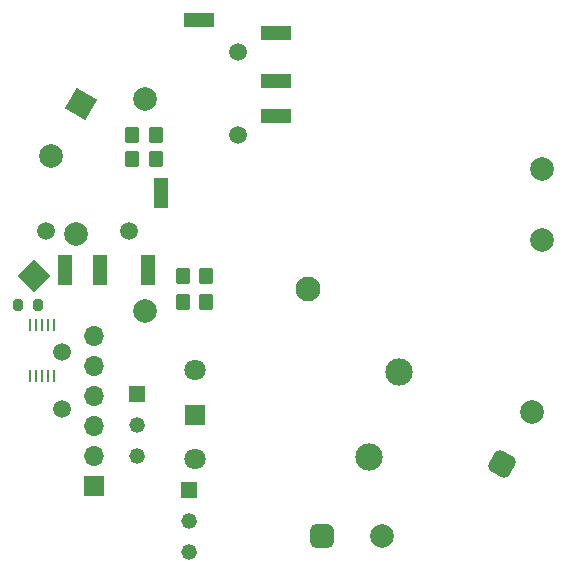
<source format=gbs>
%TF.GenerationSoftware,KiCad,Pcbnew,(7.0.0)*%
%TF.CreationDate,2023-03-27T21:21:58+02:00*%
%TF.ProjectId,220AC-mini-C3-board,32323041-432d-46d6-996e-692d43332d62,rev?*%
%TF.SameCoordinates,Original*%
%TF.FileFunction,Soldermask,Bot*%
%TF.FilePolarity,Negative*%
%FSLAX46Y46*%
G04 Gerber Fmt 4.6, Leading zero omitted, Abs format (unit mm)*
G04 Created by KiCad (PCBNEW (7.0.0)) date 2023-03-27 21:21:58*
%MOMM*%
%LPD*%
G01*
G04 APERTURE LIST*
G04 Aperture macros list*
%AMRoundRect*
0 Rectangle with rounded corners*
0 $1 Rounding radius*
0 $2 $3 $4 $5 $6 $7 $8 $9 X,Y pos of 4 corners*
0 Add a 4 corners polygon primitive as box body*
4,1,4,$2,$3,$4,$5,$6,$7,$8,$9,$2,$3,0*
0 Add four circle primitives for the rounded corners*
1,1,$1+$1,$2,$3*
1,1,$1+$1,$4,$5*
1,1,$1+$1,$6,$7*
1,1,$1+$1,$8,$9*
0 Add four rect primitives between the rounded corners*
20,1,$1+$1,$2,$3,$4,$5,0*
20,1,$1+$1,$4,$5,$6,$7,0*
20,1,$1+$1,$6,$7,$8,$9,0*
20,1,$1+$1,$8,$9,$2,$3,0*%
%AMRotRect*
0 Rectangle, with rotation*
0 The origin of the aperture is its center*
0 $1 length*
0 $2 width*
0 $3 Rotation angle, in degrees counterclockwise*
0 Add horizontal line*
21,1,$1,$2,0,0,$3*%
G04 Aperture macros list end*
%ADD10R,1.320800X1.320800*%
%ADD11C,1.320800*%
%ADD12RoundRect,0.500000X-0.500000X-0.500000X0.500000X-0.500000X0.500000X0.500000X-0.500000X0.500000X0*%
%ADD13C,2.000000*%
%ADD14RoundRect,0.500000X0.183013X-0.683013X0.683013X0.183013X-0.183013X0.683013X-0.683013X-0.183013X0*%
%ADD15C,1.803400*%
%ADD16R,1.803400X1.803400*%
%ADD17C,2.311400*%
%ADD18RotRect,2.000000X2.000000X240.000000*%
%ADD19RotRect,2.000000X2.000000X45.000000*%
%ADD20R,1.700000X1.700000*%
%ADD21O,1.700000X1.700000*%
%ADD22C,2.100000*%
%ADD23C,1.500000*%
%ADD24RoundRect,0.250000X0.350000X0.450000X-0.350000X0.450000X-0.350000X-0.450000X0.350000X-0.450000X0*%
%ADD25R,1.200000X2.500000*%
%ADD26RoundRect,0.200000X-0.200000X-0.275000X0.200000X-0.275000X0.200000X0.275000X-0.200000X0.275000X0*%
%ADD27RoundRect,0.250000X-0.350000X-0.450000X0.350000X-0.450000X0.350000X0.450000X-0.350000X0.450000X0*%
%ADD28R,0.250000X1.100000*%
%ADD29R,2.500000X1.200000*%
G04 APERTURE END LIST*
D10*
%TO.C,Q1*%
X126413549Y-102399999D03*
D11*
X126413550Y-105000000D03*
X126413550Y-107600000D03*
%TD*%
D12*
%TO.C,J2*%
X137710000Y-106250000D03*
D13*
X142790000Y-106250000D03*
%TD*%
D14*
%TO.C,J1*%
X152960000Y-100149410D03*
D13*
X155500000Y-95750000D03*
%TD*%
D10*
%TO.C,Q2*%
X121999999Y-94299999D03*
D11*
X122000000Y-96900000D03*
X122000000Y-99500000D03*
%TD*%
D15*
%TO.C,K1*%
X126903500Y-99750000D03*
D16*
X126903499Y-95999999D03*
D15*
X126903500Y-92250000D03*
D17*
X144236500Y-92400000D03*
X141696500Y-99600000D03*
%TD*%
D18*
%TO.C,C2*%
X117249999Y-69749999D03*
D13*
X114750000Y-74080127D03*
%TD*%
D19*
%TO.C,C1*%
X113328545Y-84267766D03*
D13*
X116864080Y-80732233D03*
%TD*%
D20*
%TO.C,J4*%
X118389199Y-102081699D03*
D21*
X118389199Y-99541699D03*
X118389199Y-97001699D03*
X118389199Y-94461699D03*
X118389199Y-91921699D03*
X118389199Y-89381699D03*
%TD*%
D13*
%TO.C,PS1*%
X156300000Y-81250000D03*
X156300000Y-75250000D03*
X122700000Y-87250000D03*
X122700000Y-69250000D03*
%TD*%
D22*
%TO.C,H5*%
X136539200Y-85342100D03*
%TD*%
D23*
%TO.C,TP1*%
X115700000Y-95550000D03*
%TD*%
D24*
%TO.C,R6*%
X127900000Y-86500000D03*
X125900000Y-86500000D03*
%TD*%
D23*
%TO.C,J3*%
X114325000Y-80500000D03*
X121325000Y-80500000D03*
D25*
X118924999Y-83749999D03*
X115924999Y-83749999D03*
X124024999Y-77249999D03*
X122924999Y-83749999D03*
%TD*%
D26*
%TO.C,R8*%
X111975000Y-86700000D03*
X113625000Y-86700000D03*
%TD*%
D27*
%TO.C,R7*%
X125900000Y-84300000D03*
X127900000Y-84300000D03*
%TD*%
D28*
%TO.C,U2*%
X112999999Y-88399999D03*
X113499999Y-88399999D03*
X113999999Y-88399999D03*
X114499999Y-88399999D03*
X114999999Y-88399999D03*
X114999999Y-92699999D03*
X114499999Y-92699999D03*
X113999999Y-92699999D03*
X113499999Y-92699999D03*
X112999999Y-92699999D03*
%TD*%
D24*
%TO.C,R4*%
X123600000Y-74400000D03*
X121600000Y-74400000D03*
%TD*%
D23*
%TO.C,TP2*%
X115700000Y-90700000D03*
%TD*%
D24*
%TO.C,R5*%
X123600000Y-72300000D03*
X121600000Y-72300000D03*
%TD*%
D23*
%TO.C,J6*%
X130545113Y-72324791D03*
X130545113Y-65324791D03*
D29*
X133795112Y-67724790D03*
X133795112Y-70724790D03*
X127295112Y-62624790D03*
X133795112Y-63724790D03*
%TD*%
M02*

</source>
